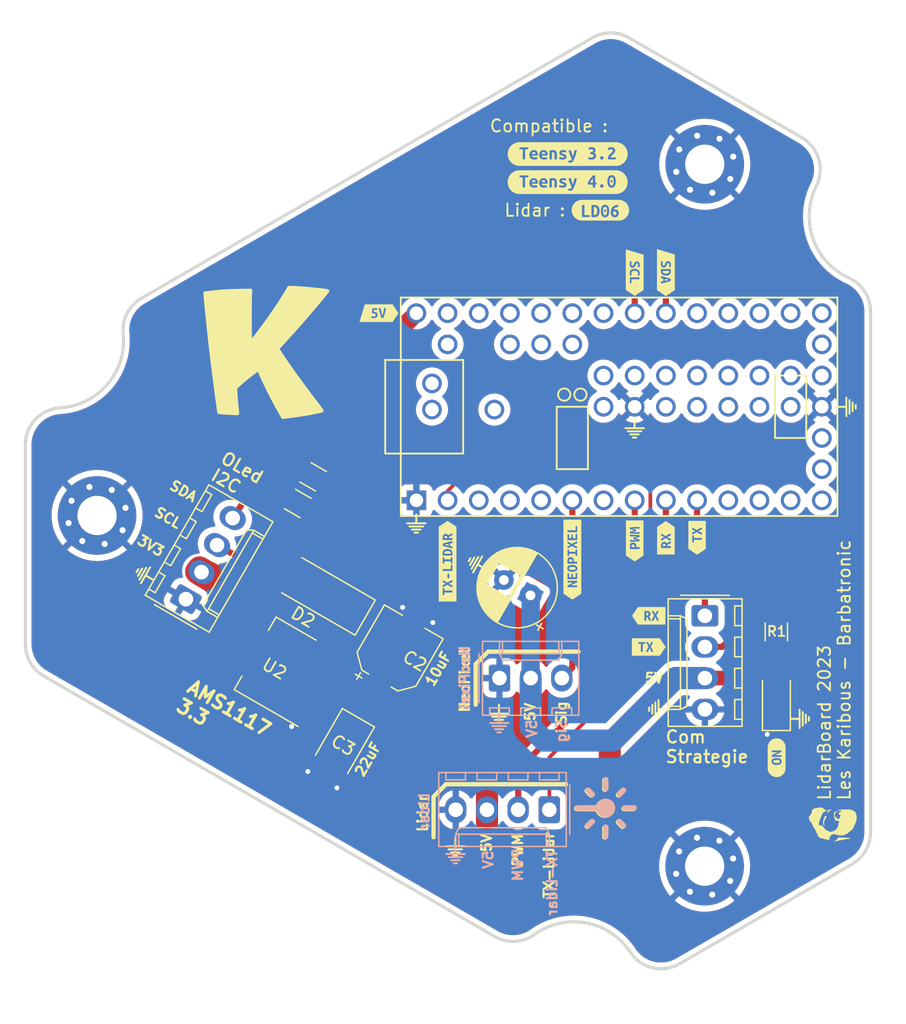
<source format=kicad_pcb>
(kicad_pcb (version 20240108) (generator "pcbnew") (generator_version "8.0")
  (layers (0 "F.Cu" signal) (31 "B.Cu" signal) (34 "B.Paste" user) (35 "F.Paste" user) (36 "B.SilkS" user "B.Silkscreen") (37 "F.SilkS" user "F.Silkscreen") (38 "B.Mask" user) (39 "F.Mask" user) (44 "Edge.Cuts" user))
  (net 0 "")
  (net 1 "+5VP")
  (net 18 "GND")
  (net 24 "Net-(D1-Pad2)")
  (net 25 "TX")
  (net 26 "RX")
  (net 27 "LIDAR_PWM")
  (net 29 "TX-Lidar")
  (net 34 "Neo_Pixel")
  (net 37 "SCL")
  (net 49 "SDA")
  (net 51 "+3V3")
  (footprint "LOGO" (layer "F.Cu") (at 157.48 80.518)
    (property "Reference" "G***" (hide yes))
    (property "Value" "LOGO" (hide yes))
  )
  (footprint "teensy:Teensy30_31_32_All_Pins" (layer "F.Cu") (at 156.21 78.74)
    (property "Reference" "U1" (hide yes))
    (property "Value" "Teensy3.2")
  )
  (footprint "LOGO" (layer "F.Cu") (at 117.602 92.456 -120)
    (property "Reference" "G***" (hide yes))
    (property "Value" "LOGO" (hide yes))
  )
  (footprint "kibuzzard-62EFF766" (layer "F.Cu") (at 158.623 95.758)
    (property "Reference" "kibuzzard-62EFF766" (hide yes))
    (property "Value" "G***" (hide yes))
  )
  (footprint "kibuzzard-62EFF774" (layer "F.Cu") (at 158.623 98.298)
    (property "Reference" "kibuzzard-62EFF774" (hide yes))
    (property "Value" "G***" (hide yes))
  )
  (footprint "LOGO" (layer "F.Cu") (at 146.431 103.759)
    (property "Reference" "G***" (hide yes))
    (property "Value" "LOGO" (hide yes))
  )
  (footprint "kibuzzard-62EFEF6E" (layer "F.Cu") (at 152.019 60.452)
    (property "Reference" "kibuzzard-62EFEF6E" (hide yes))
    (property "Value" "G***" (hide yes))
  )
  (footprint "Resistor_SMD:R_1206_3216Metric_Pad1.30x1.75mm_HandSolder" (layer "F.Cu") (at 169.014557 97.064693 -90)
    (property "Reference" "R1")
    (property "Value" "R_Small")
  )
  (footprint "Connector_Molex:Molex_KK-254_AE-6410-04A_1x04_P2.54mm_Vertical" (layer "F.Cu") (at 163.195 95.758 -90)
    (property "Reference" "J1" (hide yes))
    (property "Value" "Serial_Strategy")
  )
  (footprint "Capacitor_THT:CP_Radial_D6.3mm_P2.50mm" (layer "F.Cu") (at 148.990838 94.094307 150)
    (property "Reference" "C1" (hide yes))
    (property "Value" "C_Polarized_Small")
  )
  (footprint "Capacitor_SMD:CP_Elec_5x5.4" (layer "F.Cu") (at 138.108756 98.642625 60)
    (property "Reference" "C2")
    (property "Value" "10uF")
  )
  (footprint "MountingHole:MountingHole_3.2mm_M3_Pad_Via" (layer "F.Cu") (at 113.691516 87.591497 60)
    (property "Reference" "H2" (hide yes))
    (property "Value" "MountingHole_Pad")
  )
  (footprint "kibuzzard-62EFF3FC" (layer "F.Cu") (at 160.02 67.818 -90)
    (property "Reference" "kibuzzard-62EFF3FC" (hide yes))
    (property "Value" "G***" (hide yes))
  )
  (footprint "kibuzzard-62EFF40D" (layer "F.Cu") (at 157.48 67.818 -90)
    (property "Reference" "kibuzzard-62EFF40D" (hide yes))
    (property "Value" "G***" (hide yes))
  )
  (footprint "LOGO" (layer "F.Cu") (at 159.258 108.966)
    (property "Reference" "G***" (hide yes))
    (property "Value" "LOGO" (hide yes))
  )
  (footprint "MountingHole:MountingHole_3.2mm_M3_Pad_Via" (layer "F.Cu") (at 163.175198 116.144341 60)
    (property "Reference" "H3" (hide yes))
    (property "Value" "MountingHole_Pad")
  )
  (footprint "LOGO" (layer "F.Cu") (at 139.7 88.265)
    (property "Reference" "G***" (hide yes))
    (property "Value" "LOGO" (hide yes))
  )
  (footprint "kibuzzard-62EFF5AD" (layer "F.Cu") (at 152.4 91.186 90)
    (property "Reference" "kibuzzard-62EFF5AD" (hide yes))
    (property "Value" "G***" (hide yes))
  )
  (footprint "LED_SMD:LED_1206_3216Metric_Pad1.42x1.75mm_HandSolder" (layer "F.Cu") (at 169.021231 102.641132 90)
    (property "Reference" "D1" (hide yes))
    (property "Value" "LED_Small")
  )
  (footprint "LOGO" (layer "F.Cu") (at 142.875 114.554)
    (property "Reference" "G***" (hide yes))
    (property "Value" "LOGO" (hide yes))
  )
  (footprint "MountingHole:MountingHole_3.2mm_M3_Pad_Via" (layer "F.Cu") (at 163.185193 58.996642 60)
    (property "Reference" "H1" (hide yes))
    (property "Value" "MountingHole_Pad")
  )
  (footprint "kibuzzard-62EFF5A1" (layer "F.Cu") (at 142.24 91.313 90)
    (property "Reference" "kibuzzard-62EFF5A1" (hide yes))
    (property "Value" "G***" (hide yes))
  )
  (footprint "LOGO" (layer "F.Cu") (at 144.653 91.567 -120)
    (property "Reference" "G***" (hide yes))
    (property "Value" "LOGO" (hide yes))
  )
  (footprint "kibuzzard-62EFF433" (layer "F.Cu") (at 136.652 71.12)
    (property "Reference" "kibuzzard-62EFF433" (hide yes))
    (property "Value" "G***" (hide yes))
  )
  (footprint "LOGO" (layer "F.Cu") (at 159.385 103.378 -90)
    (property "Reference" "G***" (hide yes))
    (property "Value" "LOGO" (hide yes))
  )
  (footprint "Capacitor_Tantalum_SMD:CP_EIA-3528-12_Kemet-T_Pad1.50x2.35mm_HandSolder" (layer "F.Cu") (at 133.663756 106.341591 -120)
    (property "Reference" "C3")
    (property "Value" "22uF")
  )
  (footprint "LOGO" (layer "F.Cu") (at 173.609 112.776 90)
    (property "Reference" "G***" (hide yes))
    (property "Value" "LOGO" (hide yes))
  )
  (footprint "kibuzzard-62EFF6BC" (layer "F.Cu") (at 162.56 89.408 90)
    (property "Reference" "kibuzzard-62EFF6BC" (hide yes))
    (property "Value" "G***" (hide yes))
  )
  (footprint "Package_TO_SOT_SMD:SOT-223-3_TabPin2" (layer "F.Cu") (at 128.220554 99.769495 150)
    (property "Reference" "U2")
    (property "Value" "AMS1117-3.3")
  )
  (footprint "kibuzzard-62EFF540" (layer "F.Cu") (at 169.037 107.315 90)
    (property "Reference" "kibuzzard-62EFF540" (hide yes))
    (property "Value" "G***" (hide yes))
  )
  (footprint "kibuzzard-62EFEFDE" (layer "F.Cu") (at 154.686 62.738)
    (property "Reference" "kibuzzard-62EFEFDE" (hide yes))
    (property "Value" "G***" (hide yes))
  )
  (footprint "kibuzzard-62EFF59A" (layer "F.Cu") (at 157.48 89.662 90)
    (property "Reference" "kibuzzard-62EFF59A" (hide yes))
    (property "Value" "G***" (hide yes))
  )
  (footprint "Diode_SMD:D_SMA_Handsoldering" (layer "F.Cu") (at 131.720554 93.707318 150)
    (property "Reference" "D2")
    (property "Value" "D_Small")
  )
  (footprint "kibuzzard-62EFEF5E" (layer "F.Cu") (at 152.019 58.166)
    (property "Reference" "kibuzzard-62EFEF5E" (hide yes))
    (property "Value" "G***" (hide yes))
  )
  (footprint "Connector_Molex:Molex_KK-254_AE-6410-04A_1x04_P2.54mm_Vertical" (layer "F.Cu") (at 120.926325 94.40347 60)
    (property "Reference" "J4" (hide yes))
    (property "Value" "Oled")
  )
  (footprint "Resistor_SMD:R_1206_3216Metric_Pad1.30x1.75mm_HandSolder" (layer "F.Cu") (at 131.295426 84.443659 150)
    (property "Reference" "R2" (hide yes))
    (property "Value" "R_Small")
  )
  (footprint "kibuzzard-62EFF6AD" (layer "F.Cu") (at 160.02 89.408 90)
    (property "Reference" "kibuzzard-62EFF6AD" (hide yes))
    (property "Value" "G***" (hide yes))
  )
  (footprint "LOGO" (layer "F.Cu") (at 174.752 78.74 90)
    (property "Reference" "G***" (hide yes))
    (property "Value" "LOGO" (hide yes))
  )
  (footprint "LOGO" (layer "F.Cu") (at 170.942 104.14 90)
    (property "Reference" "G***" (hide yes))
    (property "Value" "LOGO" (hide yes))
  )
  (footprint "Resistor_SMD:R_1206_3216Metric_Pad1.30x1.75mm_HandSolder" (layer "F.Cu") (at 130.040426 86.617383 150)
    (property "Reference" "R3" (hide yes))
    (property "Value" "R_Small")
  )
  (footprint "LOGO" (layer "B.Cu") (at 142.875 115.189 180)
    (property "Reference" "G***" (hide yes))
    (property "Value" "LOGO" (hide yes))
  )
  (footprint "LOGO" (layer "B.Cu") (at 146.431 104.521 180)
    (property "Reference" "G***" (hide yes))
    (property "Value" "LOGO" (hide yes))
  )
  (footprint "Connector_Molex:Molex_KK-254_AE-6410-03A_1x03_P2.54mm_Vertical" (layer "B.Cu") (at 146.465336 100.828437)
    (property "Reference" "J3" (hide yes))
    (property "Value" "Conn_01x03")
  )
  (footprint "LOGO" (layer "B.Cu") (at 159.325082 113.889363)
    (property "Reference" "G***" (hide yes))
    (property "Value" "LOGO" (hide yes))
  )
  (footprint "Connector_Molex:Molex_KK-254_AE-6410-04A_1x04_P2.54mm_Vertical" (layer "B.Cu") (at 150.522577 111.550575 180)
    (property "Reference" "J2" (hide yes))
    (property "Value" "Serial_Lidar")
  )
  (gr_poly (pts (xy 128.553761 79.132881) (xy 128.34989 78.769467) (xy 128.145481 78.394206) (xy 127.943208 78.012364) (xy 127.745749 77.629206) (xy 127.555778 77.249998) (xy 127.375974 76.880007) (xy 127.20901 76.524497) (xy 127.057564 76.188735) (xy 126.839816 75.694465) (xy 126.600817 75.861019) (xy 126.434812 75.979438) (xy 126.263438 76.106962) (xy 126.088001 76.242528) (xy 125.909807 76.385075) (xy 125.730162 76.53354) (xy 125.550373 76.686861) (xy 125.371746 76.843975) (xy 125.195586 77.003821) (xy 124.976054 77.206201) (xy 124.981792 77.433149) (xy 124.987429 77.565668) (xy 124.998194 77.739167) (xy 125.031022 78.161311) (xy 125.072107 78.603997) (xy 125.093194 78.803173) (xy 125.113281 78.971639) (xy 125.120719 79.033164) (xy 125.126759 79.091117) (xy 125.131332 79.14419) (xy 125.13437 79.191076) (xy 125.135806 79.230465) (xy 125.135572 79.26105) (xy 125.134808 79.272633) (xy 125.1336 79.281524) (xy 125.131942 79.287559) (xy 125.129823 79.290577) (xy 125.11265 79.292886) (xy 125.073201 79.293623) (xy 124.938839 79.290965) (xy 124.52779 79.273213) (xy 124.078474 79.246678) (xy 123.896278 79.233041) (xy 123.772691 79.220718) (xy 123.611487 79.199754) (xy 123.470196 78.178249) (xy 123.315523 77.027585) (xy 123.155332 75.778522) (xy 123.002462 74.533361) (xy 122.869754 73.394403) (xy 122.619361 71.008208) (xy 122.514286 69.937413) (xy 122.476618 69.485079) (xy 122.514214 69.477794) (xy 122.610687 69.464483) (xy 122.931372 69.425481) (xy 123.340885 69.379457) (xy 123.741437 69.337801) (xy 123.85407 69.328393) (xy 123.998665 69.318923) (xy 124.359778 69.300824) (xy 124.776853 69.285559) (xy 125.201965 69.275183) (xy 126.203558 69.257614) (xy 126.179057 69.683728) (xy 126.163162 70.450916) (xy 126.160523 71.635117) (xy 126.169774 72.759219) (xy 126.178431 73.149634) (xy 126.189548 73.346108) (xy 126.213774 73.503054) (xy 126.645998 72.946387) (xy 127.00459 72.477287) (xy 127.35824 72.000326) (xy 127.704175 71.519538) (xy 128.039625 71.038957) (xy 128.361815 70.562616) (xy 128.667975 70.094549) (xy 128.955332 69.638791) (xy 129.221114 69.199374) (xy 129.321732 69.029123) (xy 129.500375 69.029123) (xy 129.803094 69.038523) (xy 130.216528 69.063855) (xy 131.193256 69.145108) (xy 131.665411 69.192423) (xy 132.065999 69.238462) (xy 132.349453 69.278922) (xy 132.433013 69.295715) (xy 132.4702 69.309501) (xy 132.473305 69.312493) (xy 132.47398 69.313226) (xy 132.474588 69.313985) (xy 132.475118 69.314788) (xy 132.475556 69.315649) (xy 132.475889 69.316586) (xy 132.476105 69.317614) (xy 132.476191 69.318751) (xy 132.476134 69.320012) (xy 132.475921 69.321413) (xy 132.47554 69.322972) (xy 132.474977 69.324704) (xy 132.474221 69.326626) (xy 132.473257 69.328753) (xy 132.472074 69.331103) (xy 132.470659 69.333692) (xy 132.468998 69.336536) (xy 132.46708 69.33965) (xy 132.46489 69.343053) (xy 132.459648 69.350786) (xy 132.45317 69.359864) (xy 132.445352 69.37042) (xy 132.436094 69.382583) (xy 132.425292 69.396483) (xy 132.412844 69.412251) (xy 132.398649 69.430019) (xy 132.382603 69.449915) (xy 132.364605 69.472072) (xy 132.344552 69.496619) (xy 132.322341 69.523686) (xy 132.27104 69.585907) (xy 132.209884 69.659777) (xy 132.138052 69.746341) (xy 131.959094 69.961731) (xy 131.119371 70.960227) (xy 130.310595 71.898223) (xy 129.554084 72.751321) (xy 128.87116 73.495129) (xy 128.767911 73.6062) (xy 128.675527 73.707675) (xy 128.595092 73.798264) (xy 128.52769 73.876683) (xy 128.474404 73.941642) (xy 128.436318 73.991855) (xy 128.423314 74.011029) (xy 128.414515 74.026034) (xy 128.410059 74.036708) (xy 128.409501 74.040371) (xy 128.41008 74.042892) (xy 128.477036 74.148491) (xy 128.594402 74.326383) (xy 128.928355 74.822423) (xy 129.307936 75.377763) (xy 129.62914 75.839153) (xy 130.062666 76.43951) (xy 130.614559 77.187828) (xy 131.188015 77.95384) (xy 131.686229 78.607282) (xy 131.754765 78.696845) (xy 131.817873 78.781183) (xy 131.874232 78.858396) (xy 131.922519 78.926581) (xy 131.961414 78.983835) (xy 131.989593 79.028258) (xy 131.999252 79.045063) (xy 132.005736 79.057946) (xy 132.00888 79.066671) (xy 132.009148 79.069399) (xy 132.00852 79.070999) (xy 131.993311 79.077668) (xy 131.959234 79.087631) (xy 131.841558 79.116026) (xy 131.66965 79.153347) (xy 131.457672 79.19676) (xy 130.970143 79.290518) (xy 130.722912 79.335192) (xy 130.492249 79.374616) (xy 130.172565 79.424314) (xy 129.802043 79.476675) (xy 129.39171 79.530203) (xy 128.952591 79.583402) (xy 128.819351 79.598964) (xy 128.553761 79.132881)) (stroke (width 0.264582)) (fill solid) (layer "F.SilkS"))
  (gr_line (start 145.542 98.679) (end 152.908 98.679) (stroke (width 0.35)) (layer "F.SilkS"))
  (gr_line (start 141.097 110.49) (end 142.113 109.474) (stroke (width 0.35)) (layer "F.SilkS"))
  (gr_line (start 142.113 109.474) (end 151.892 109.474) (stroke (width 0.35)) (layer "F.SilkS"))
  (gr_line (start 144.526 99.695) (end 145.542 98.679) (stroke (width 0.35)) (layer "F.SilkS"))
  (gr_line (start 144.526 102.997) (end 144.526 99.695) (stroke (width 0.35)) (layer "F.SilkS"))
  (gr_line (start 141.097 113.792) (end 141.097 110.49) (stroke (width 0.35)) (layer "F.SilkS"))
  (gr_line (start 149.786157 121.40039) (end 149.548089 121.545248) (stroke (width 0.249999)) (layer "Edge.Cuts"))
  (gr_line (start 109.961308 78.962527) (end 110.09913 78.923368) (stroke (width 0.249999)) (layer "Edge.Cuts"))
  (gr_line (start 147.503148 122.265351) (end 147.397037 122.261246) (stroke (width 0.249999)) (layer "Edge.Cuts"))
  (gr_line (start 171.955102 57.57742) (end 172.038888 57.690182) (stroke (width 0.249999)) (layer "Edge.Cuts"))
  (gr_line (start 157.202386 123.266341) (end 157.291782 123.382628) (stroke (width 0.249999)) (layer "Edge.Cuts"))
  (gr_line (start 154.566828 48.460537) (end 154.660382 48.430707) (stroke (width 0.249999)) (layer "Edge.Cuts"))
  (gr_line (start 107.908485 81.246922) (end 107.939468 81.107034) (stroke (width 0.249999)) (layer "Edge.Cuts"))
  (gr_line (start 172.585057 59.245503) (end 172.590229 59.385055) (stroke (width 0.249999)) (layer "Edge.Cuts"))
  (gr_line (start 172.390981 60.499174) (end 172.334974 60.634736) (stroke (width 0.249999)) (layer "Edge.Cuts"))
  (gr_line (start 157.804757 123.881262) (end 157.918932 123.964047) (stroke (width 0.249999)) (layer "Edge.Cuts"))
  (gr_line (start 176.688482 70.979661) (end 176.688464 113.373895) (stroke (width 0.249999)) (layer "Edge.Cuts"))
  (gr_line (start 159.621166 124.494801) (end 159.76078 124.491757) (stroke (width 0.249999)) (layer "Edge.Cuts"))
  (gr_line (start 176.378163 114.702636) (end 176.286539 114.873894) (stroke (width 0.249999)) (layer "Edge.Cuts"))
  (gr_line (start 172.371887 58.300839) (end 172.420822 58.430747) (stroke (width 0.249999)) (layer "Edge.Cuts"))
  (gr_line (start 113.281752 77.997395) (end 113.511247 77.844813) (stroke (width 0.249999)) (layer "Edge.Cuts"))
  (gr_line (start 157.587293 123.698586) (end 157.694134 123.792757) (stroke (width 0.249999)) (layer "Edge.Cuts"))
  (gr_line (start 154.024835 48.705457) (end 154.112472 48.656787) (stroke (width 0.249999)) (layer "Edge.Cuts"))
  (gr_line (start 115.676341 74.722186) (end 115.738712 74.454082) (stroke (width 0.249999)) (layer "Edge.Cuts"))
  (gr_line (start 151.057543 120.869402) (end 150.794173 120.949444) (stroke (width 0.249999)) (layer "Edge.Cuts"))
  (gr_line (start 155.718972 48.309821) (end 155.815839 48.317671) (stroke (width 0.249999)) (layer "Edge.Cuts"))
  (gr_line (start 151.32443 120.802669) (end 151.057543 120.869402) (stroke (width 0.249999)) (layer "Edge.Cuts"))
  (gr_line (start 154.754644 48.404017) (end 154.849538 48.380468) (stroke (width 0.249999)) (layer "Edge.Cuts"))
  (gr_line (start 160.317748 124.413625) (end 160.455463 124.37733) (stroke (width 0.249999)) (layer "Edge.Cuts"))
  (gr_line (start 114.712415 76.6949) (end 114.87664 76.469735) (stroke (width 0.249999)) (layer "Edge.Cuts"))
  (gr_line (start 148.344119 122.16357) (end 148.240732 122.189333) (stroke (width 0.249999)) (layer "Edge.Cuts"))
  (gr_line (start 172.105152 65.333613) (end 172.218033 65.588421) (stroke (width 0.249999)) (layer "Edge.Cuts"))
  (gr_line (start 148.446699 122.134097) (end 148.344119 122.16357) (stroke (width 0.249999)) (layer "Edge.Cuts"))
  (gr_line (start 109.318232 79.249088) (end 109.440165 79.18025) (stroke (width 0.249999)) (layer "Edge.Cuts"))
  (gr_line (start 176.495583 69.921007) (end 176.563831 70.123443) (stroke (width 0.249999)) (layer "Edge.Cuts"))
  (gr_line (start 109.826337 79.007967) (end 109.961308 78.962527) (stroke (width 0.249999)) (layer "Edge.Cuts"))
  (gr_line (start 148.943903 121.931255) (end 148.846901 121.979202) (stroke (width 0.249999)) (layer "Edge.Cuts"))
  (gr_line (start 156.575627 48.493516) (end 156.667524 48.529627) (stroke (width 0.249999)) (layer "Edge.Cuts"))
  (gr_line (start 156.21606 122.092754) (end 156.007179 121.912978) (stroke (width 0.249999)) (layer "Edge.Cuts"))
  (gr_line (start 158.157011 124.112236) (end 158.280451 124.177531) (stroke (width 0.249999)) (layer "Edge.Cuts"))
  (gr_line (start 155.524845 48.30354) (end 155.621948 48.30511) (stroke (width 0.249999)) (layer "Edge.Cuts"))
  (gr_line (start 154.944986 48.360058) (end 155.040906 48.342788) (stroke (width 0.249999)) (layer "Edge.Cuts"))
  (gr_line (start 155.040906 48.342788) (end 155.137221 48.328658) (stroke (width 0.249999)) (layer "Edge.Cuts"))
  (gr_line (start 154.591213 121.073008) (end 154.332202 120.975509) (stroke (width 0.249999)) (layer "Edge.Cuts"))
  (gr_line (start 173.140365 66.957) (end 173.3316 67.154765) (stroke (width 0.249999)) (layer "Edge.Cuts"))
  (gr_line (start 110.954675 78.809432) (end 111.23084 78.771906) (stroke (width 0.249999)) (layer "Edge.Cuts"))
  (gr_line (start 172.004889 65.072207) (end 172.105152 65.333613) (stroke (width 0.249999)) (layer "Edge.Cuts"))
  (gr_line (start 113.7332 77.68062) (end 113.947139 77.505052) (stroke (width 0.249999)) (layer "Edge.Cuts"))
  (gr_line (start 115.295603 75.753492) (end 115.410162 75.502838) (stroke (width 0.249999)) (layer "Edge.Cuts"))
  (gr_line (start 156.007179 121.912978) (end 155.789821 121.744085) (stroke (width 0.249999)) (layer "Edge.Cuts"))
  (gr_line (start 150.794173 120.949444) (end 150.534836 121.042678) (stroke (width 0.249999)) (layer "Edge.Cuts"))
  (gr_line (start 176.286539 114.873894) (end 176.184037 115.038872) (stroke (width 0.249999)) (layer "Edge.Cuts"))
  (gr_line (start 112.552731 78.38313) (end 112.802023 78.266789) (stroke (width 0.249999)) (layer "Edge.Cuts"))
  (gr_line (start 147.079868 122.226369) (end 146.974879 122.207205) (stroke (width 0.249999)) (layer "Edge.Cuts"))
  (gr_line (start 148.846901 121.979202) (end 148.748576 122.023466) (stroke (width 0.249999)) (layer "Edge.Cuts"))
  (gr_line (start 146.870427 122.184265) (end 146.766615 122.157541) (stroke (width 0.249999)) (layer "Edge.Cuts"))
  (gr_line (start 108.975086 79.487412) (end 109.08553 79.402842) (stroke (width 0.249999)) (layer "Edge.Cuts"))
  (gr_line (start 160.455463 124.37733) (end 160.592104 124.334219) (stroke (width 0.249999)) (layer "Edge.Cuts"))
  (gr_line (start 175.519412 115.750434) (end 175.358274 115.866255) (stroke (width 0.249999)) (layer "Edge.Cuts"))
  (gr_line (start 172.256146 58.048118) (end 172.316972 58.17322) (stroke (width 0.249999)) (layer "Edge.Cuts"))
  (gr_line (start 172.531073 58.831924) (end 172.555412 58.96871) (stroke (width 0.249999)) (layer "Edge.Cuts"))
  (gr_line (start 148.649032 122.064039) (end 148.548371 122.100918) (stroke (width 0.249999)) (layer "Edge.Cuts"))
  (gr_line (start 152.970845 120.688175) (end 152.693645 120.672646) (stroke (width 0.249999)) (layer "Edge.Cuts"))
  (gr_line (start 158.036425 124.041056) (end 158.157011 124.112236) (stroke (width 0.249999)) (layer "Edge.Cuts"))
  (gr_line (start 176.617696 70.331223) (end 176.656724 70.543649) (stroke (width 0.249999)) (layer "Edge.Cuts"))
  (gr_line (start 114.87664 76.469735) (end 115.028685 76.237443) (stroke (width 0.249999)) (layer "Edge.Cuts"))
  (gr_line (start 175.652744 68.712001) (end 175.809124 68.857555) (stroke (width 0.249999)) (layer "Edge.Cuts"))
  (gr_line (start 108.081994 99.220702) (end 108.01307 99.038523) (stroke (width 0.249999)) (layer "Edge.Cuts"))
  (gr_line (start 115.813592 72.360765) (end 115.831387 72.145511) (stroke (width 0.249999)) (layer "Edge.Cuts"))
  (gr_line (start 157.385886 123.493468) (end 157.484467 123.598805) (stroke (width 0.249999)) (layer "Edge.Cuts"))
  (gr_line (start 155.427741 48.30511) (end 155.524845 48.30354) (stroke (width 0.249999)) (layer "Edge.Cuts"))
  (gr_line (start 171.699031 62.893245) (end 171.688869 63.168158) (stroke (width 0.249999)) (layer "Edge.Cuts"))
  (gr_line (start 154.844379 121.183134) (end 154.591213 121.073008) (stroke (width 0.249999)) (layer "Edge.Cuts"))
  (gr_line (start 115.845814 73.077005) (end 115.825182 72.797797) (stroke (width 0.249999)) (layer "Edge.Cuts"))
  (gr_line (start 175.809124 68.857555) (end 175.95426 69.013322) (stroke (width 0.249999)) (layer "Edge.Cuts"))
  (gr_line (start 157.024855 48.705468) (end 171.090043 56.826009) (stroke (width 0.249999)) (layer "Edge.Cuts"))
  (gr_line (start 115.825183 72.797798) (end 115.811399 72.57844) (stroke (width 0.249999)) (layer "Edge.Cuts"))
  (gr_line (start 172.271827 60.768716) (end 172.152747 61.022107) (stroke (width 0.249999)) (layer "Edge.Cuts"))
  (gr_line (start 150.534836 121.042678) (end 150.280044 121.14899) (stroke (width 0.249999)) (layer "Edge.Cuts"))
  (gr_line (start 176.68047 70.760026) (end 176.688482 70.979661) (stroke (width 0.249999)) (layer "Edge.Cuts"))
  (gr_line (start 147.185295 122.241759) (end 147.079868 122.226369) (stroke (width 0.249999)) (layer "Edge.Cuts"))
  (gr_line (start 172.004889 65.072207) (end 172.004889 65.072207) (stroke (width 0.249999)) (layer "Edge.Cuts"))
  (gr_line (start 171.955122 61.541952) (end 171.876643 61.807356) (stroke (width 0.249999)) (layer "Edge.Cuts"))
  (gr_line (start 108.254053 99.568954) (end 108.162428 99.397694) (stroke (width 0.249999)) (layer "Edge.Cuts"))
  (gr_line (start 155.137221 48.328658) (end 155.23385 48.31767) (stroke (width 0.249999)) (layer "Edge.Cuts"))
  (gr_line (start 107.91101 98.660789) (end 107.878503 98.466328) (stroke (width 0.249999)) (layer "Edge.Cuts"))
  (gr_line (start 147.397037 122.261246) (end 147.291052 122.253384) (stroke (width 0.249999)) (layer "Edge.Cuts"))
  (gr_line (start 171.876643 61.807356) (end 171.811761 62.075713) (stroke (width 0.249999)) (layer "Edge.Cuts"))
  (gr_line (start 112.29778 78.486923) (end 112.552731 78.38313) (stroke (width 0.249999)) (layer "Edge.Cuts"))
  (gr_line (start 171.918035 64.806059) (end 172.004889 65.072207) (stroke (width 0.249999)) (layer "Edge.Cuts"))
  (gr_line (start 172.420822 58.430747) (end 172.463711 58.562715) (stroke (width 0.249999)) (layer "Edge.Cuts"))
  (gr_line (start 176.317722 69.534946) (end 176.413396 69.72461) (stroke (width 0.249999)) (layer "Edge.Cuts"))
  (gr_line (start 116.631203 70.438647) (end 116.784213 70.288104) (stroke (width 0.249999)) (layer "Edge.Cuts"))
  (gr_line (start 147.291052 122.253384) (end 147.185295 122.241759) (stroke (width 0.249999)) (layer "Edge.Cuts"))
  (gr_line (start 171.786164 64.2658) (end 171.845137 64.537082) (stroke (width 0.249999)) (layer "Edge.Cuts"))
  (gr_line (start 146.766615 122.157541) (end 146.663548 122.127031) (stroke (width 0.249999)) (layer "Edge.Cuts"))
  (gr_line (start 176.629577 113.965733) (end 176.584618 114.156646) (stroke (width 0.249999)) (layer "Edge.Cuts"))
  (gr_line (start 115.811399 72.57844) (end 115.813592 72.360765) (stroke (width 0.249999)) (layer "Edge.Cuts"))
  (gr_line (start 156.958022 122.914847) (end 156.787443 122.694457) (stroke (width 0.249999)) (layer "Edge.Cuts"))
  (gr_line (start 172.480229 66.076693) (end 172.628829 66.30938) (stroke (width 0.249999)) (layer "Edge.Cuts"))
  (gr_line (start 172.628829 66.30938) (end 172.788623 66.533919) (stroke (width 0.249999)) (layer "Edge.Cuts"))
  (gr_line (start 172.573428 59.106645) (end 172.585057 59.245503) (stroke (width 0.249999)) (layer "Edge.Cuts"))
  (gr_line (start 115.844554 73.633137) (end 115.852219 73.355619) (stroke (width 0.249999)) (layer "Edge.Cuts"))
  (gr_line (start 150.030314 121.268266) (end 149.786157 121.40039) (stroke (width 0.249999)) (layer "Edge.Cuts"))
  (gr_line (start 147.821195 122.255178) (end 147.71533 122.262312) (stroke (width 0.249999)) (layer "Edge.Cuts"))
  (gr_line (start 172.544988 59.945661) (end 172.516854 60.085274) (stroke (width 0.249999)) (layer "Edge.Cuts"))
  (gr_line (start 153.247962 120.717815) (end 152.970845 120.688175) (stroke (width 0.249999)) (layer "Edge.Cuts"))
  (gr_line (start 154.067785 120.890928) (end 153.7984 120.819555) (stroke (width 0.249999)) (layer "Edge.Cuts"))
  (gr_line (start 116.244606 70.946045) (end 116.361021 70.768355) (stroke (width 0.249999)) (layer "Edge.Cuts"))
  (gr_line (start 171.845137 64.537082) (end 171.918035 64.806059) (stroke (width 0.249999)) (layer "Edge.Cuts"))
  (gr_line (start 114.152594 77.318342) (end 114.349094 77.120726) (stroke (width 0.249999)) (layer "Edge.Cuts"))
  (gr_line (start 172.580931 59.665335) (end 172.566325 59.805606) (stroke (width 0.249999)) (layer "Edge.Cuts"))
  (gr_line (start 171.76051 62.346497) (end 171.722923 62.619183) (stroke (width 0.249999)) (layer "Edge.Cuts"))
  (gr_line (start 158.932432 124.413824) (end 159.068163 124.442664) (stroke (width 0.249999)) (layer "Edge.Cuts"))
  (gr_line (start 174.923774 68.245837) (end 175.120637 68.343578) (stroke (width 0.249999)) (layer "Edge.Cuts"))
  (gr_line (start 175.947665 115.347802) (end 175.814424 115.490661) (stroke (width 0.249999)) (layer "Edge.Cuts"))
  (gr_line (start 115.410162 75.502838) (end 115.511908 75.247067) (stroke (width 0.249999)) (layer "Edge.Cuts"))
  (gr_line (start 155.564423 121.586362) (end 155.331423 121.440101) (stroke (width 0.249999)) (layer "Edge.Cuts"))
  (gr_line (start 109.565603 79.117003) (end 109.694381 79.059517) (stroke (width 0.249999)) (layer "Edge.Cuts"))
  (gr_line (start 171.865747 57.468313) (end 171.955102 57.57742) (stroke (width 0.249999)) (layer "Edge.Cuts"))
  (gr_line (start 171.722923 62.619183) (end 171.699031 62.893245) (stroke (width 0.249999)) (layer "Edge.Cuts"))
  (gr_line (start 160.040023 124.465992) (end 160.179191 124.443161) (stroke (width 0.249999)) (layer "Edge.Cuts"))
  (gr_line (start 172.959254 66.749921) (end 173.140365 66.957) (stroke (width 0.249999)) (layer "Edge.Cuts"))
  (gr_line (start 172.516854 60.085274) (end 172.481854 60.224216) (stroke (width 0.249999)) (layer "Edge.Cuts"))
  (gr_line (start 107.855806 81.679722) (end 107.866493 81.53344) (stroke (width 0.249999)) (layer "Edge.Cuts"))
  (gr_line (start 154.291217 48.568866) (end 154.382166 48.529617) (stroke (width 0.249999)) (layer "Edge.Cuts"))
  (gr_line (start 108.32749 80.20687) (end 108.405415 80.091642) (stroke (width 0.249999)) (layer "Edge.Cuts"))
  (gr_line (start 153.7984 120.819555) (end 153.524487 120.761682) (stroke (width 0.249999)) (layer "Edge.Cuts"))
  (gr_line (start 158.534982 124.290249) (end 158.665609 124.337563) (stroke (width 0.249999)) (layer "Edge.Cuts"))
  (gr_line (start 149.225939 121.765356) (end 149.133525 121.824326) (stroke (width 0.249999)) (layer "Edge.Cuts"))
  (gr_line (start 172.316972 58.17322) (end 172.371887 58.300839) (stroke (width 0.249999)) (layer "Edge.Cuts"))
  (gr_line (start 109.35214 100.667036) (end 109.182331 100.56132) (stroke (width 0.249999)) (layer "Edge.Cuts"))
  (gr_line (start 108.126147 80.573985) (end 108.187692 80.448213) (stroke (width 0.249999)) (layer "Edge.Cuts"))
  (gr_line (start 171.090043 56.826009) (end 171.216475 56.903161) (stroke (width 0.249999)) (layer "Edge.Cuts"))
  (gr_line (start 108.726176 100.185723) (end 108.592933 100.042864) (stroke (width 0.249999)) (layer "Edge.Cuts"))
  (gr_line (start 114.536166 76.912437) (end 114.536166 76.912437) (stroke (width 0.249999)) (layer "Edge.Cuts"))
  (gr_line (start 156.93722 48.656799) (end 157.024857 48.70547) (stroke (width 0.249999)) (layer "Edge.Cuts"))
  (gr_line (start 156.848399 48.611269) (end 156.93722 48.656799) (stroke (width 0.249999)) (layer "Edge.Cuts"))
  (gr_line (start 174.19065 67.84496) (end 174.427158 67.990352) (stroke (width 0.249999)) (layer "Edge.Cuts"))
  (gr_line (start 176.184037 115.038872) (end 176.070975 115.197024) (stroke (width 0.249999)) (layer "Edge.Cuts"))
  (gr_line (start 146.260805 121.967007) (end 146.163016 121.91748) (stroke (width 0.249999)) (layer "Edge.Cuts"))
  (gr_line (start 172.481854 60.224216) (end 172.43992 60.362258) (stroke (width 0.249999)) (layer "Edge.Cuts"))
  (gr_line (start 108.356557 99.733932) (end 108.254053 99.568954) (stroke (width 0.249999)) (layer "Edge.Cuts"))
  (gr_line (start 110.09913 78.923368) (end 110.239643 78.890662) (stroke (width 0.249999)) (layer "Edge.Cuts"))
  (gr_line (start 172.334974 60.634736) (end 172.271827 60.768716) (stroke (width 0.249999)) (layer "Edge.Cuts"))
  (gr_line (start 173.3316 67.154765) (end 173.532602 67.342833) (stroke (width 0.249999)) (layer "Edge.Cuts"))
  (gr_line (start 108.187692 80.448213) (end 108.254861 80.325785) (stroke (width 0.249999)) (layer "Edge.Cuts"))
  (gr_line (start 152.14106 120.683467) (end 151.866703 120.709587) (stroke (width 0.249999)) (layer "Edge.Cuts"))
  (gr_line (start 108.766833 79.671074) (end 108.8688 79.57688) (stroke (width 0.249999)) (layer "Edge.Cuts"))
  (gr_line (start 111.772796 78.655921) (end 112.037646 78.577931) (stroke (width 0.249999)) (layer "Edge.Cuts"))
  (gr_line (start 171.688869 63.168158) (end 171.692469 63.443395) (stroke (width 0.249999)) (layer "Edge.Cuts"))
  (gr_line (start 109.182331 100.56132) (end 109.021189 100.445499) (stroke (width 0.249999)) (layer "Edge.Cuts"))
  (gr_line (start 176.688464 113.373895) (end 176.681816 113.573811) (stroke (width 0.249999)) (layer "Edge.Cuts"))
  (gr_line (start 171.692469 63.443395) (end 171.709863 63.718432) (stroke (width 0.249999)) (layer "Edge.Cuts"))
  (gr_line (start 109.021189 100.445499) (end 108.869034 100.320118) (stroke (width 0.249999)) (layer "Edge.Cuts"))
  (gr_line (start 176.087705 69.178607) (end 176.209009 69.352714) (stroke (width 0.249999)) (layer "Edge.Cuts"))
  (gr_line (start 148.548371 122.100918) (end 148.446699 122.134097) (stroke (width 0.249999)) (layer "Edge.Cuts"))
  (gr_line (start 109.694381 79.059517) (end 109.826337 79.007967) (stroke (width 0.249999)) (layer "Edge.Cuts"))
  (gr_line (start 108.405415 80.091642) (end 108.488474 79.980278) (stroke (width 0.249999)) (layer "Edge.Cuts"))
  (gr_line (start 112.037646 78.577931) (end 112.29778 78.486923) (stroke (width 0.249999)) (layer "Edge.Cuts"))
  (gr_line (start 156.667524 48.529627) (end 156.758474 48.568878) (stroke (width 0.249999)) (layer "Edge.Cuts"))
  (gr_line (start 152.693645 120.672646) (end 152.416878 120.671116) (stroke (width 0.249999)) (layer "Edge.Cuts"))
  (gr_line (start 172.588877 59.525075) (end 172.580931 59.665335) (stroke (width 0.249999)) (layer "Edge.Cuts"))
  (gr_line (start 117.124181 70.019322) (end 117.310382 69.902557) (stroke (width 0.249999)) (layer "Edge.Cuts"))
  (gr_line (start 114.536166 76.912437) (end 114.712415 76.6949) (stroke (width 0.249999)) (layer "Edge.Cuts"))
  (gr_line (start 154.332202 120.975509) (end 154.067785 120.890928) (stroke (width 0.249999)) (layer "Edge.Cuts"))
  (gr_line (start 171.811761 62.075713) (end 171.76051 62.346497) (stroke (width 0.249999)) (layer "Edge.Cuts"))
  (gr_line (start 159.76078 124.491757) (end 159.900476 124.482172) (stroke (width 0.249999)) (layer "Edge.Cuts"))
  (gr_line (start 174.427158 67.990352) (end 174.671652 68.124107) (stroke (width 0.249999)) (layer "Edge.Cuts"))
  (gr_line (start 172.152747 61.022107) (end 172.047169 61.280027) (stroke (width 0.249999)) (layer "Edge.Cuts"))
  (gr_line (start 172.463711 58.562715) (end 172.500483 58.696517) (stroke (width 0.249999)) (layer "Edge.Cuts"))
  (gr_line (start 115.028685 76.237443) (end 115.168392 75.998528) (stroke (width 0.249999)) (layer "Edge.Cuts"))
  (gr_line (start 107.884106 81.389115) (end 107.908485 81.246922) (stroke (width 0.249999)) (layer "Edge.Cuts"))
  (gr_line (start 149.039478 121.879628) (end 148.943903 121.931255) (stroke (width 0.249999)) (layer "Edge.Cuts"))
  (gr_line (start 115.912267 71.725206) (end 115.974597 71.52163) (stroke (width 0.249999)) (layer "Edge.Cuts"))
  (gr_line (start 116.490013 70.598975) (end 116.631203 70.438647) (stroke (width 0.249999)) (layer "Edge.Cuts"))
  (gr_line (start 146.163016 121.91748) (end 146.066591 121.864135) (stroke (width 0.249999)) (layer "Edge.Cuts"))
  (gr_line (start 156.200151 48.380475) (end 156.295045 48.404025) (stroke (width 0.249999)) (layer "Edge.Cuts"))
  (gr_line (start 110.382679 78.864584) (end 110.52808 78.845306) (stroke (width 0.249999)) (layer "Edge.Cuts"))
  (gr_line (start 155.091263 121.305595) (end 154.844379 121.183134) (stroke (width 0.249999)) (layer "Edge.Cuts"))
  (gr_line (start 109.199966 79.323343) (end 109.318232 79.249088) (stroke (width 0.249999)) (layer "Edge.Cuts"))
  (gr_line (start 153.524487 120.761682) (end 153.524487 120.761682) (stroke (width 0.249999)) (layer "Edge.Cuts"))
  (gr_line (start 156.606631 122.483784) (end 156.416022 122.28312) (stroke (width 0.249999)) (layer "Edge.Cuts"))
  (gr_line (start 108.869034 100.320118) (end 108.726176 100.185723) (stroke (width 0.249999)) (layer "Edge.Cuts"))
  (gr_line (start 117.310382 69.902557) (end 154.024835 48.705457) (stroke (width 0.249999)) (layer "Edge.Cuts"))
  (gr_line (start 148.031954 122.229707) (end 147.92677 122.244308) (stroke (width 0.249999)) (layer "Edge.Cuts"))
  (gr_line (start 107.858769 98.268866) (end 107.85212 98.068949) (stroke (width 0.249999)) (layer "Edge.Cuts"))
  (gr_line (start 113.947139 77.505052) (end 114.152594 77.318342) (stroke (width 0.249999)) (layer "Edge.Cuts"))
  (gr_line (start 146.974879 122.207205) (end 146.870427 122.184265) (stroke (width 0.249999)) (layer "Edge.Cuts"))
  (gr_line (start 116.361021 70.768355) (end 116.490013 70.598975) (stroke (width 0.249999)) (layer "Edge.Cuts"))
  (gr_line (start 108.8688 79.57688) (end 108.975086 79.487412) (stroke (width 0.249999)) (layer "Edge.Cuts"))
  (gr_line (start 107.95597 98.851703) (end 107.91101 98.660789) (stroke (width 0.249999)) (layer "Edge.Cuts"))
  (gr_line (start 108.162428 99.397694) (end 108.081994 99.220702) (stroke (width 0.249999)) (layer "Edge.Cuts"))
  (gr_line (start 157.918932 123.964047) (end 158.036425 124.041056) (stroke (width 0.249999)) (layer "Edge.Cuts"))
  (gr_line (start 159.068163 124.442664) (end 159.205132 124.465236) (stroke (width 0.249999)) (layer "Edge.Cuts"))
  (gr_line (start 173.743017 67.520813) (end 173.962484 67.688317) (stroke (width 0.249999)) (layer "Edge.Cuts"))
  (gr_line (start 176.209009 69.352714) (end 176.317722 69.534946) (stroke (width 0.249999)) (layer "Edge.Cuts"))
  (gr_line (start 176.662082 113.771272) (end 176.629577 113.965733) (stroke (width 0.249999)) (layer "Edge.Cuts"))
  (gr_line (start 172.189478 57.925758) (end 172.256146 58.048118) (stroke (width 0.249999)) (layer "Edge.Cuts"))
  (gr_line (start 171.670599 57.261972) (end 171.77089 57.363088) (stroke (width 0.249999)) (layer "Edge.Cuts"))
  (gr_line (start 149.316617 121.702722) (end 149.225939 121.765356) (stroke (width 0.249999)) (layer "Edge.Cuts"))
  (gr_line (start 175.358274 115.866255) (end 175.188464 115.971971) (stroke (width 0.249999)) (layer "Edge.Cuts"))
  (gr_line (start 154.201292 48.611256) (end 154.291217 48.568866) (stroke (width 0.249999)) (layer "Edge.Cuts"))
  (gr_line (start 155.789821 121.744085) (end 155.564423 121.586362) (stroke (width 0.249999)) (layer "Edge.Cuts"))
  (gr_line (start 172.500483 58.696517) (end 172.531073 58.831924) (stroke (width 0.249999)) (layer "Edge.Cuts"))
  (gr_line (start 113.511247 77.844813) (end 113.7332 77.68062) (stroke (width 0.249999)) (layer "Edge.Cuts"))
  (gr_line (start 148.748576 122.023466) (end 148.649032 122.064039) (stroke (width 0.249999)) (layer "Edge.Cuts"))
  (gr_line (start 107.852118 98.068948) (end 107.852211 81.827793) (stroke (width 0.249999)) (layer "Edge.Cuts"))
  (gr_line (start 150.280044 121.14899) (end 150.030314 121.268266) (stroke (width 0.249999)) (layer "Edge.Cuts"))
  (gr_line (start 154.382166 48.529617) (end 154.474064 48.493507) (stroke (width 0.249999)) (layer "Edge.Cuts"))
  (gr_line (start 176.681816 113.573811) (end 176.662082 113.771272) (stroke (width 0.249999)) (layer "Edge.Cuts"))
  (gr_line (start 116.141144 71.131312) (end 116.244606 70.946045) (stroke (width 0.249999)) (layer "Edge.Cuts"))
  (gr_line (start 172.555412 58.96871) (end 172.573428 59.106645) (stroke (width 0.249999)) (layer "Edge.Cuts"))
  (gr_line (start 109.08553 79.402842) (end 109.199966 79.323343) (stroke (width 0.249999)) (layer "Edge.Cuts"))
  (gr_line (start 158.665609 124.337563) (end 158.79817 124.378772) (stroke (width 0.249999)) (layer "Edge.Cuts"))
  (gr_line (start 152.416878 120.671116) (end 152.14106 120.683467) (stroke (width 0.249999)) (layer "Edge.Cuts"))
  (gr_line (start 149.548089 121.545248) (end 149.316623 121.702725) (stroke (width 0.249999)) (layer "Edge.Cuts"))
  (gr_line (start 176.656724 70.543649) (end 176.68047 70.760026) (stroke (width 0.249999)) (layer "Edge.Cuts"))
  (gr_line (start 108.576507 79.872946) (end 108.669347 79.76982) (stroke (width 0.249999)) (layer "Edge.Cuts"))
  (gr_line (start 112.802023 78.266789) (end 113.045188 78.138131) (stroke (width 0.249999)) (layer "Edge.Cuts"))
  (gr_line (start 108.488474 79.980278) (end 108.576507 79.872946) (stroke (width 0.249999)) (layer "Edge.Cuts"))
  (gr_line (start 155.330717 48.30982) (end 155.427741 48.30511) (stroke (width 0.249999)) (layer "Edge.Cuts"))
  (gr_line (start 156.389308 48.430715) (end 156.482862 48.460545) (stroke (width 0.249999)) (layer "Edge.Cuts"))
  (gr_line (start 158.280451 124.177531) (end 158.40652 124.236886) (stroke (width 0.249999)) (layer "Edge.Cuts"))
  (gr_line (start 172.218033 65.588421) (end 172.343178 65.836244) (stroke (width 0.249999)) (layer "Edge.Cuts"))
  (gr_line (start 175.814424 115.490661) (end 175.671568 115.625053) (stroke (width 0.249999)) (layer "Edge.Cuts"))
  (gr_line (start 115.738712 74.454082) (end 115.787643 74.18287) (stroke (width 0.249999)) (layer "Edge.Cuts"))
  (gr_line (start 176.458595 114.525645) (end 176.378163 114.702636) (stroke (width 0.249999)) (layer "Edge.Cuts"))
  (gr_line (start 172.343178 65.836244) (end 172.480229 66.076693) (stroke (width 0.249999)) (layer "Edge.Cuts"))
  (gr_line (start 171.337815 56.98556) (end 171.453995 57.072982) (stroke (width 0.249999)) (layer "Edge.Cuts"))
  (gr_line (start 107.878503 98.466328) (end 107.858769 98.268866) (stroke (width 0.249999)) (layer "Edge.Cuts"))
  (gr_line (start 155.91247 48.328663) (end 156.008783 48.342793) (stroke (width 0.249999)) (layer "Edge.Cuts"))
  (gr_line (start 115.600688 74.986682) (end 115.676341 74.722186) (stroke (width 0.249999)) (layer "Edge.Cuts"))
  (gr_line (start 154.849538 48.380468) (end 154.944986 48.360058) (stroke (width 0.249999)) (layer "Edge.Cuts"))
  (gr_line (start 110.52808 78.845306) (end 110.675679 78.833) (stroke (width 0.249999)) (layer "Edge.Cuts"))
  (gr_line (start 172.117036 57.806372) (end 172.189478 57.925758) (stroke (width 0.249999)) (layer "Edge.Cuts"))
  (gr_line (start 156.104704 48.360064) (end 156.200151 48.380475) (stroke (width 0.249999)) (layer "Edge.Cuts"))
  (gr_line (start 107.976887 80.969622) (end 108.020581 80.834863) (stroke (width 0.249999)) (layer "Edge.Cuts"))
  (gr_line (start 147.71533 122.262312) (end 147.609281 122.265706) (stroke (width 0.249999)) (layer "Edge.Cuts"))
  (gr_line (start 115.864405 71.933412) (end 115.912267 71.725206) (stroke (width 0.249999)) (layer "Edge.Cuts"))
  (gr_line (start 159.343111 124.481487) (end 159.481867 124.49136) (stroke (width 0.249999)) (layer "Edge.Cuts"))
  (gr_line (start 107.852211 81.827793) (end 107.855806 81.679722) (stroke (width 0.249999)) (layer "Edge.Cuts"))
  (gr_line (start 157.117928 123.144663) (end 157.202386 123.266341) (stroke (width 0.249999)) (layer "Edge.Cuts"))
  (gr_line (start 147.609281 122.265706) (end 147.503148 122.265351) (stroke (width 0.249999)) (layer "Edge.Cuts"))
  (gr_line (start 172.43992 60.362258) (end 172.390981 60.499174) (stroke (width 0.249999)) (layer "Edge.Cuts"))
  (gr_line (start 108.07039 80.702926) (end 108.126147 80.573985) (stroke (width 0.249999)) (layer "Edge.Cuts"))
  (gr_line (start 175.120637 68.343578) (end 175.308052 68.454317) (stroke (width 0.249999)) (layer "Edge.Cuts"))
  (gr_line (start 154.660382 48.430707) (end 154.754644 48.404017) (stroke (width 0.249999)) (layer "Edge.Cuts"))
  (gr_line (start 172.047169 61.280027) (end 171.955122 61.541952) (stroke (width 0.249999)) (layer "Edge.Cuts"))
  (gr_line (start 115.974597 71.52163) (end 116.051015 71.32342) (stroke (width 0.249999)) (layer "Edge.Cuts"))
  (gr_line (start 157.291782 123.382628) (end 157.385886 123.493468) (stroke (width 0.249999)) (layer "Edge.Cuts"))
  (gr_line (start 156.008783 48.342793) (end 156.104704 48.360064) (stroke (width 0.249999)) (layer "Edge.Cuts"))
  (gr_line (start 176.563831 70.123443) (end 176.617696 70.331223) (stroke (width 0.249999)) (layer "Edge.Cuts"))
  (gr_line (start 171.709863 63.718432) (end 171.741084 63.992742) (stroke (width 0.249999)) (layer "Edge.Cuts"))
  (gr_line (start 108.469622 99.892085) (end 108.356557 99.733932) (stroke (width 0.249999)) (layer "Edge.Cuts"))
  (gr_line (start 153.524487 120.761682) (end 153.247962 120.717815) (stroke (width 0.249999)) (layer "Edge.Cuts"))
  (gr_line (start 109.440165 79.18025) (end 109.565603 79.117003) (stroke (width 0.249999)) (layer "Edge.Cuts"))
  (gr_line (start 176.527519 114.343466) (end 176.458595 114.525645) (stroke (width 0.249999)) (layer "Edge.Cuts"))
  (gr_line (start 148.136642 122.21138) (end 148.031954 122.229707) (stroke (width 0.249999)) (layer "Edge.Cuts"))
  (gr_line (start 114.349094 77.120726) (end 114.536166 76.912437) (stroke (width 0.249999)) (layer "Edge.Cuts"))
  (gr_line (start 146.561331 122.092726) (end 146.460066 122.054625) (stroke (width 0.249999)) (layer "Edge.Cuts"))
  (gr_line (start 155.23385 48.31767) (end 155.330717 48.30982) (stroke (width 0.249999)) (layer "Edge.Cuts"))
  (gr_line (start 159.205132 124.465236) (end 159.343111 124.481487) (stroke (width 0.249999)) (layer "Edge.Cuts"))
  (gr_line (start 171.216475 56.903161) (end 171.337815 56.98556) (stroke (width 0.249999)) (layer "Edge.Cuts"))
  (gr_line (start 110.67568 78.832999) (end 110.954675 78.809432) (stroke (width 0.249999)) (layer "Edge.Cuts"))
  (gr_line (start 175.308052 68.454317) (end 175.485571 68.577357) (stroke (width 0.249999)) (layer "Edge.Cuts"))
  (gr_line (start 115.822976 73.909054) (end 115.844554 73.633137) (stroke (width 0.249999)) (layer "Edge.Cuts"))
  (gr_line (start 155.621948 48.30511) (end 155.718972 48.309821) (stroke (width 0.249999)) (layer "Edge.Cuts"))
  (gr_line (start 157.484467 123.598805) (end 157.587293 123.698586) (stroke (width 0.249999)) (layer "Edge.Cuts"))
  (gr_line (start 158.40652 124.236886) (end 158.534982 124.290249) (stroke (width 0.249999)) (layer "Edge.Cuts"))
  (gr_line (start 156.416022 122.28312) (end 156.21606 122.092754) (stroke (width 0.249999)) (layer "Edge.Cuts"))
  (gr_line (start 110.239643 78.890662) (end 110.382679 78.864584) (stroke (width 0.249999)) (layer "Edge.Cuts"))
  (gr_line (start 116.784213 70.288104) (end 116.948665 70.148083) (stroke (width 0.249999)) (layer "Edge.Cuts"))
  (gr_line (start 161.123307 124.092541) (end 175.188464 115.971971) (stroke (width 0.249999)) (layer "Edge.Cuts"))
  (gr_line (start 115.168392 75.998528) (end 115.295603 75.753492) (stroke (width 0.249999)) (layer "Edge.Cuts"))
  (gr_line (start 154.112472 48.656787) (end 154.201292 48.611256) (stroke (width 0.249999)) (layer "Edge.Cuts"))
  (gr_line (start 156.787443 122.694457) (end 156.606631 122.483784) (stroke (width 0.249999)) (layer "Edge.Cuts"))
  (gr_line (start 108.669347 79.76982) (end 108.766833 79.671074) (stroke (width 0.249999)) (layer "Edge.Cuts"))
  (gr_line (start 172.038888 57.690182) (end 172.117036 57.806372) (stroke (width 0.249999)) (layer "Edge.Cuts"))
  (gr_line (start 108.01307 99.038523) (end 107.95597 98.851703) (stroke (width 0.249999)) (layer "Edge.Cuts"))
  (gr_line (start 159.481867 124.49136) (end 159.621166 124.494801) (stroke (width 0.249999)) (layer "Edge.Cuts"))
  (gr_line (start 113.045188 78.138131) (end 113.281752 77.997395) (stroke (width 0.249999)) (layer "Edge.Cuts"))
  (gr_line (start 157.117928 123.144663) (end 156.958022 122.914847) (stroke (width 0.249999)) (layer "Edge.Cuts"))
  (gr_line (start 160.592104 124.334219) (end 160.72744 124.28424) (stroke (width 0.249999)) (layer "Edge.Cuts"))
  (gr_line (start 158.79817 124.378772) (end 158.932432 124.413824) (stroke (width 0.249999)) (layer "Edge.Cuts"))
  (gr_line (start 111.23084 78.771906) (end 111.503703 78.720657) (stroke (width 0.249999)) (layer "Edge.Cuts"))
  (gr_line (start 172.590229 59.385055) (end 172.588877 59.525075) (stroke (width 0.249999)) (layer "Edge.Cuts"))
  (gr_line (start 116.051015 71.32342) (end 116.141144 71.131312) (stroke (width 0.249999)) (layer "Edge.Cuts"))
  (gr_line (start 171.77089 57.363088) (end 171.865747 57.468313) (stroke (width 0.249999)) (layer "Edge.Cuts"))
  (gr_line (start 156.295045 48.404025) (end 156.389308 48.430715) (stroke (width 0.249999)) (layer "Edge.Cuts"))
  (gr_line (start 147.92677 122.244308) (end 147.821195 122.255178) (stroke (width 0.249999)) (layer "Edge.Cuts"))
  (gr_line (start 146.066591 121.864135) (end 109.35214 100.667036) (stroke (width 0.249999)) (layer "Edge.Cuts"))
  (gr_line (start 175.95426 69.013322) (end 176.087705 69.178607) (stroke (width 0.249999)) (layer "Edge.Cuts"))
  (gr_line (start 108.020581 80.834863) (end 108.07039 80.702926) (stroke (width 0.249999)) (layer "Edge.Cuts"))
  (gr_line (start 172.788623 66.533919) (end 172.959254 66.749921) (stroke (width 0.249999)) (layer "Edge.Cuts"))
  (gr_line (start 108.592933 100.042864) (end 108.469622 99.892085) (stroke (width 0.249999)) (layer "Edge.Cuts"))
  (gr_line (start 176.584618 114.156646) (end 176.527519 114.343466) (stroke (width 0.249999)) (layer "Edge.Cuts"))
  (gr_line (start 175.485571 68.577357) (end 175.652744 68.712001) (stroke (width 0.249999)) (layer "Edge.Cuts"))
  (gr_line (start 111.503703 78.720657) (end 111.772796 78.655921) (stroke (width 0.249999)) (layer "Edge.Cuts"))
  (gr_line (start 155.331423 121.440101) (end 155.091263 121.305595) (stroke (width 0.249999)) (layer "Edge.Cuts"))
  (gr_line (start 155.815839 48.317671) (end 155.91247 48.328663) (stroke (width 0.249999)) (layer "Edge.Cuts"))
  (gr_line (start 156.758474 48.568878) (end 156.848399 48.611269) (stroke (width 0.249999)) (layer "Edge.Cuts"))
  (gr_line (start 175.671568 115.625053) (end 175.519412 115.750434) (stroke (width 0.249999)) (layer "Edge.Cuts"))
  (gr_line (start 107.866493 81.53344) (end 107.884106 81.389115) (stroke (width 0.249999)) (layer "Edge.Cuts"))
  (gr_line (start 173.962484 67.688317) (end 174.19065 67.84496) (stroke (width 0.249999)) (layer "Edge.Cuts"))
  (gr_line (start 108.254861 80.325785) (end 108.32749 80.20687) (stroke (width 0.249999)) (layer "Edge.Cuts"))
  (gr_line (start 160.993272 124.163458) (end 161.123305 124.092544) (stroke (width 0.249999)) (layer "Edge.Cuts"))
  (gr_line (start 116.948665 70.148083) (end 117.124181 70.019322) (stroke (width 0.249999)) (layer "Edge.Cuts"))
  (gr_line (start 172.566325 59.805606) (end 172.544988 59.945661) (stroke (width 0.249999)) (layer "Edge.Cuts"))
  (gr_line (start 146.460066 122.054625) (end 146.359856 122.012719) (stroke (width 0.249999)) (layer "Edge.Cuts"))
  (gr_line (start 115.852219 73.355619) (end 115.845814 73.077005) (stroke (width 0.249999)) (layer "Edge.Cuts"))
  (gr_line (start 160.86124 124.227338) (end 160.993272 124.163458) (stroke (width 0.249999)) (layer "Edge.Cuts"))
  (gr_line (start 146.663548 122.127031) (end 146.561331 122.092726) (stroke (width 0.249999)) (layer "Edge.Cuts"))
  (gr_line (start 157.694134 123.792757) (end 157.804757 123.881262) (stroke (width 0.249999)) (layer "Edge.Cuts"))
  (gr_line (start 171.741084 63.992742) (end 171.786164 64.2658) (stroke (width 0.249999)) (layer "Edge.Cuts"))
  (gr_line (start 159.900476 124.482172) (end 160.040023 124.465992) (stroke (width 0.249999)) (layer "Edge.Cuts"))
  (gr_line (start 115.511908 75.247067) (end 115.600688 74.986682) (stroke (width 0.249999)) (layer "Edge.Cuts"))
  (gr_line (start 115.831387 72.145511) (end 115.864405 71.933412) (stroke (width 0.249999)) (layer "Edge.Cuts"))
  (gr_line (start 173.532602 67.342833) (end 173.743017 67.520813) (stroke (width 0.249999)) (layer "Edge.Cuts"))
  (gr_line (start 171.564946 57.165194) (end 171.670599 57.261972) (stroke (width 0.249999)) (layer "Edge.Cuts"))
  (gr_line (start 154.474064 48.493507) (end 154.566828 48.460537) (stroke (width 0.249999)) (layer "Edge.Cuts"))
  (gr_line (start 156.482862 48.460545) (end 156.575627 48.493516) (stroke (width 0.249999)) (layer "Edge.Cuts"))
  (gr_line (start 176.413396 69.72461) (end 176.495583 69.921007) (stroke (width 0.249999)) (layer "Edge.Cuts"))
  (gr_line (start 151.594322 120.749359) (end 151.32443 120.802669) (stroke (width 0.249999)) (layer "Edge.Cuts"))
  (gr_line (start 160.72744 124.28424) (end 160.86124 124.227338) (stroke (width 0.249999)) (layer "Edge.Cuts"))
  (gr_line (start 148.240732 122.189333) (end 148.136642 122.21138) (stroke (width 0.249999)) (layer "Edge.Cuts"))
  (gr_line (start 151.866703 120.709587) (end 151.594322 120.749359) (stroke (width 0.249999)) (layer "Edge.Cuts"))
  (gr_line (start 176.070975 115.197024) (end 175.947665 115.347802) (stroke (width 0.249999)) (layer "Edge.Cuts"))
  (gr_line (start 107.939468 81.107034) (end 107.976887 80.969622) (stroke (width 0.249999)) (layer "Edge.Cuts"))
  (gr_line (start 171.453995 57.072982) (end 171.564946 57.165194) (stroke (width 0.249999)) (layer "Edge.Cuts"))
  (gr_line (start 160.179191 124.443161) (end 160.317748 124.413625) (stroke (width 0.249999)) (layer "Edge.Cuts"))
  (gr_line (start 174.671652 68.124107) (end 174.923774 68.245837) (stroke (width 0.249999)) (layer "Edge.Cuts"))
  (gr_line (start 146.359856 122.012719) (end 146.260805 121.967007) (stroke (width 0.249999)) (layer "Edge.Cuts"))
  (gr_line (start 115.787643 74.18287) (end 115.822976 73.909054) (stroke (width 0.249999)) (layer "Edge.Cuts"))
  (gr_line (start 149.133525 121.824326) (end 149.039478 121.879628) (stroke (width 0.249999)) (layer "Edge.Cuts"))
  (gr_text "TX-Lidar" (at 150.749 120.269 90) (layer "B.SilkS") (effects (font (size 0.8 0.8) (thickness 0.18)) (justify right mirror)))
  (gr_text "5V" (at 149.098 105.791 90) (layer "B.SilkS") (effects (font (size 0.8 0.8) (thickness 0.18)) (justify right mirror)))
  (gr_text "5V" (at 145.542 116.459 90) (layer "B.SilkS") (effects (font (size 0.8 0.8) (thickness 0.18)) (justify right mirror)))
  (gr_text "Sig" (at 151.511 106.172 90) (layer "B.SilkS") (effects (font (size 0.8 0.8) (thickness 0.18)) (justify right mirror)))
  (gr_text "PWM" (at 147.955 117.475 90) (layer "B.SilkS") (effects (font (size 0.8 0.8) (thickness 0.18)) (justify right mirror)))
  (gr_text "NeoPixel" (at 143.637 103.505 90) (layer "B.SilkS") (effects (font (size 0.8 0.8) (thickness 0.18)) (justify right mirror)))
  (gr_text "Lidar" (at 140.335 113.284 90) (layer "B.SilkS") (effects (font (size 0.8 0.8) (thickness 0.18)) (justify right mirror)))
  (gr_text "SCL" (at 120.523 88.392 -30) (layer "F.SilkS") (effects (font (size 0.8 0.8) (thickness 0.18)) (justify right)))
  (gr_text "SDA" (at 121.793 86.233 -30) (layer "F.SilkS") (effects (font (size 0.8 0.8) (thickness 0.18)) (justify right)))
  (gr_text "Lidar" (at 140.208 110.236 90) (layer "F.SilkS") (effects (font (size 0.8 0.8) (thickness 0.18)) (justify right)))
  (gr_text "5V" (at 148.971 102.743 90) (layer "F.SilkS") (effects (font (size 0.8 0.8) (thickness 0.18)) (justify right)))
  (gr_text "5V" (at 145.415 113.411 90) (layer "F.SilkS") (effects (font (size 0.8 0.8) (thickness 0.18)) (justify right)))
  (gr_text "PWM" (at 147.955 113.411 90) (layer "F.SilkS") (effects (font (size 0.8 0.8) (thickness 0.18)) (justify right)))
  (gr_text "Lidar :" (at 149.352 62.738 0) (layer "F.SilkS") (effects (font (size 1 1))))
  (gr_text "OLed\nI2C" (at 123.444 83.439 -30) (layer "F.SilkS") (effects (font (size 1 1) (thickness 0.18)) (justify left)))
  (gr_text "5V" (at 159.893 100.838 0) (layer "F.SilkS") (effects (font (size 0.8 0.8) (thickness 0.18)) (justify right)))
  (gr_text "Com\nStrategie" (at 159.893 106.426 0) (layer "F.SilkS") (effects (font (size 1 1) (thickness 0.18)) (justify left)))
  (gr_text "AMS1117\n3.3" (at 120.65 102.108 -30) (layer "F.SilkS") (effects (font (size 1.1 1.1) (thickness 0.25)) (justify left)))
  (gr_text "TX-Lidar" (at 150.495 113.284 90) (layer "F.SilkS") (effects (font (size 0.8 0.8) (thickness 0.18)) (justify right)))
  (gr_text "10uF" (at 141.478 100.076 60) (layer "F.SilkS") (effects (font (size 0.8 0.8) (thickness 0.18))))
  (gr_text "22uF" (at 135.763 107.442 60) (layer "F.SilkS") (effects (font (size 0.8 0.8) (thickness 0.18))))
  (gr_text "LidarBoard 2023\nLes Karibous - Barbatronic" (at 173.736 110.871 90) (layer "F.SilkS") (effects (font (size 1 1)) (justify left)))
  (gr_text "3V3" (at 119.126 90.678 -30) (layer "F.SilkS") (effects (font (size 0.8 0.8) (thickness 0.18)) (justify right)))
  (gr_text "NeoPixel" (at 143.637 98.298 90) (layer "F.SilkS") (effects (font (size 0.8 0.8) (thickness 0.18)) (justify right)))
  (gr_text "Compatible :" (at 150.495 55.88 0) (layer "F.SilkS") (effects (font (size 1 1))))
  (gr_text "Sig" (at 151.511 102.616 90) (layer "F.SilkS") (effects (font (size 0.8 0.8) (thickness 0.18)) (justify right)))
  (segment (start 139.7 71.12) (end 136.906 73.914) (width 1.4) (layer "F.Cu") (net 1))
  (segment (start 169.014557 95.514693) (end 167.883307 95.514693) (width 1.2) (layer "F.Cu") (net 1))
  (segment (start 132.098534 99.352637) (end 134.698513 100.817183) (width 1.4) (layer "F.Cu") (net 1))
  (segment (start 155.448 106.172) (end 155.448 113.03) (width 1.8) (layer "F.Cu") (net 1))
  (segment (start 147.066 116.078) (end 145.450974 114.462974) (width 1.8) (layer "F.Cu") (net 1))
  (segment (start 166.624 99.568) (end 165.616897 100.829103) (width 1.2) (layer "F.Cu") (net 1))
  (segment (start 166.624 96.774) (end 166.624 99.568) (width 1.2) (layer "F.Cu") (net 1))
  (segment (start 136.906 73.914) (end 136.906 89.408) (width 1.4) (layer "F.Cu") (net 1))
  (segment (start 152.4 116.078) (end 147.066 116.078) (width 1.8) (layer "F.Cu") (net 1))
  (segment (start 165.616897 100.829103) (end 163.195 100.829103) (width 1.2) (layer "F.Cu") (net 1))
  (segment (start 138.901881 100.547881) (end 137.008756 100.547881) (width 1.8) (layer "F.Cu") (net 1))
  (segment (start 160.790897 100.829103) (end 155.448 106.172) (width 1.8) (layer "F.Cu") (net 1))
  (segment (start 145.450974 111.553826) (end 145.450974 107.096974) (width 1.8) (layer "F.Cu") (net 1))
  (segment (start 136.906 89.408) (end 133.885618 94.957318) (width 1.4) (layer "F.Cu") (net 1))
  (segment (start 167.883307 95.514693) (end 166.624 96.774) (width 1.2) (layer "F.Cu") (net 1))
  (segment (start 145.450974 107.096974) (end 138.901881 100.547881) (width 1.8) (layer "F.Cu") (net 1))
  (segment (start 145.450974 114.462974) (end 145.450974 111.553826) (width 1.8) (layer "F.Cu") (net 1))
  (segment (start 163.195 100.829103) (end 160.790897 100.829103) (width 1.8) (layer "F.Cu") (net 1))
  (segment (start 155.448 113.03) (end 152.4 116.078) (width 1.8) (layer "F.Cu") (net 1))
  (segment (start 134.698513 100.817183) (end 137.008756 100.547881) (width 1.4) (layer "F.Cu") (net 1))
  (segment (start 155.702 105.918) (end 150.114 105.918) (width 1.8) (layer "B.Cu") (net 1))
  (segment (start 149.005336 94.108805) (end 148.990838 94.094307) (width 1.8) (layer "B.Cu") (net 1))
  (segment (start 149.005336 100.828437) (end 149.005336 94.108805) (width 1.5) (layer "B.Cu") (net 1))
  (segment (start 160.790897 100.829103) (end 155.702 105.918) (width 1.8) (layer "B.Cu") (net 1))
  (segment (start 150.114 105.918) (end 149.005336 104.809336) (width 1.8) (layer "B.Cu") (net 1))
  (segment (start 163.195 100.829103) (end 160.790897 100.829103) (width 1.8) (layer "B.Cu") (net 1))
  (segment (start 149.005336 104.809336) (end 149.005336 100.828437) (width 1.8) (layer "B.Cu") (net 1))
  (segment (start 130.856373 108.437441) (end 132.563756 108.246847) (width 1) (layer "F.Cu") (net 18))
  (segment (start 129.798534 103.336353) (end 129.798534 104.516466) (width 1) (layer "F.Cu") (net 18))
  (segment (start 141.03956 96.311059) (end 139.208756 96.737369) (width 1) (layer "F.Cu") (net 18))
  (segment (start 169.021231 104.663769) (end 168.275 105.41) (width 1) (layer "F.Cu") (net 18))
  (segment (start 138.578849 95.076356) (end 139.208756 96.737369) (width 1) (layer "F.Cu") (net 18))
  (segment (start 169.021231 104.128632) (end 169.021231 104.663769) (width 1) (layer "F.Cu") (net 18))
  (segment (start 133.227236 109.764892) (end 132.563756 108.246847) (width 1) (layer "F.Cu") (net 18))
  (segment (start 129.798534 104.516466) (end 129.54 104.775) (width 1) (layer "F.Cu") (net 18))
  (via (at 138.578849 95.076356) (size 0.8) (drill 0.4) (layers "F.Cu" "B.Cu") (net 18))
  (via (at 133.227236 109.764892) (size 0.8) (drill 0.4) (layers "F.Cu" "B.Cu") (net 18))
  (via (at 168.275 105.41) (size 0.8) (drill 0.4) (layers "F.Cu" "B.Cu") (net 18))
  (via (at 130.856373 108.437441) (size 0.8) (drill 0.4) (layers "F.Cu" "B.Cu") (net 18))
  (via (at 141.03956 96.311059) (size 0.8) (drill 0.4) (layers "F.Cu" "B.Cu") (net 18))
  (via (at 129.54 104.775) (size 0.8) (drill 0.4) (layers "F.Cu" "B.Cu") (net 18))
  (segment (start 169.021231 101.153632) (end 169.021231 98.621367) (width 1.2) (layer "F.Cu") (net 24))
  (segment (start 169.021231 98.621367) (end 169.014557 98.614693) (width 1.2) (layer "F.Cu") (net 24))
  (segment (start 164.600897 98.289103) (end 165.1 97.79) (width 0.5) (layer "F.Cu") (net 25))
  (segment (start 165.1 97.79) (end 165.1 90.424) (width 0.5) (layer "F.Cu") (net 25))
  (segment (start 165.1 90.424) (end 162.56 87.884) (width 0.5) (layer "F.Cu") (net 25))
  (segment (start 162.56 87.884) (end 162.56 86.36) (width 0.5) (layer "F.Cu") (net 25))
  (segment (start 163.195 98.289103) (end 164.600897 98.289103) (width 0.5) (layer "F.Cu") (net 25))
  (segment (start 163.195 95.749103) (end 163.195 91.33973) (width 0.5) (layer "F.Cu") (net 26))
  (segment (start 160.02 88.16473) (end 160.02 86.36) (width 0.5) (layer "F.Cu") (net 26))
  (segment (start 163.195 91.33973) (end 160.02 88.16473) (width 0.5) (layer "F.Cu") (net 26))
  (segment (start 147.990974 108.295026) (end 154.686 101.6) (width 0.5) (layer "F.Cu") (net 27))
  (segment (start 157.48 88.67273) (end 157.48 86.36) (width 0.5) (layer "F.Cu") (net 27))
  (segment (start 147.990974 111.553826) (end 147.990974 108.295026) (width 0.5) (layer "F.Cu") (net 27))
  (segment (start 154.686001 91.466729) (end 157.48 88.67273) (width 0.5) (layer "F.Cu") (net 27))
  (segment (start 154.686 101.6) (end 154.686001 91.466729) (width 0.5) (layer "F.Cu") (net 27))
  (segment (start 142.24 85.598) (end 143.002 84.836) (width 0.3) (layer "F.Cu") (net 29))
  (segment (start 155.702 91.948) (end 155.702 102.108) (width 0.3) (layer "F.Cu") (net 29))
  (segment (start 150.530974 107.279026) (end 150.530974 111.553826) (width 0.3) (layer "F.Cu") (net 29))
  (segment (start 155.702 102.108) (end 150.530974 107.279026) (width 0.3) (layer "F.Cu") (net 29))
  (segment (start 142.24 86.36) (end 142.24 85.598) (width 0.3) (layer "F.Cu") (net 29))
  (segment (start 158.75 85.344) (end 158.75 88.9) (width 0.3) (layer "F.Cu") (net 29))
  (segment (start 158.75 88.9) (end 155.702 91.948) (width 0.3) (layer "F.Cu") (net 29))
  (segment (start 158.242 84.836) (end 158.75 85.344) (width 0.3) (layer "F.Cu") (net 29))
  (segment (start 143.002 84.836) (end 158.242 84.836) (width 0.3) (layer "F.Cu") (net 29))
  (segment (start 152.4 99.973773) (end 151.545336 100.828437) (width 0.5) (layer "F.Cu") (net 34))
  (segment (start 152.4 86.36) (end 152.4 99.973773) (width 0.5) (layer "F.Cu") (net 34))
  (segment (start 123.466325 90.004061) (end 124.810825 90.762445) (width 0.5) (layer "F.Cu") (net 37))
  (segment (start 130.492775 85.794965) (end 133.35 80.772) (width 0.5) (layer "F.Cu") (net 37))
  (segment (start 127.974366 86.974183) (end 128.698087 85.842383) (width 0.5) (layer "F.Cu") (net 37))
  (segment (start 128.698087 85.842383) (end 130.492775 85.794965) (width 0.5) (layer "F.Cu") (net 37))
  (segment (start 157.48 68.199) (end 157.48 71.12) (width 0.5) (layer "F.Cu") (net 37))
  (segment (start 125.854236 90.553763) (end 127.974366 86.974183) (width 0.5) (layer "F.Cu") (net 37))
  (segment (start 157.099 67.818) (end 157.48 68.199) (width 0.5) (layer "F.Cu") (net 37))
  (segment (start 124.810825 90.762445) (end 125.854236 90.553763) (width 0.5) (layer "F.Cu") (net 37))
  (segment (start 133.35 80.772) (end 133.35 72.39) (width 0.5) (layer "F.Cu") (net 37))
  (segment (start 133.35 72.39) (end 137.922 67.818) (width 0.5) (layer "F.Cu") (net 37))
  (segment (start 137.922 67.818) (end 157.099 67.818) (width 0.5) (layer "F.Cu") (net 37))
  (segment (start 160.02 71.12) (end 160.02 69.723) (width 0.5) (layer "F.Cu") (net 49))
  (segment (start 137.63225 67.11848) (end 132.650481 72.100249) (width 0.5) (layer "F.Cu") (net 49))
  (segment (start 124.736325 87.804356) (end 127.762 83.312) (width 0.5) (layer "F.Cu") (net 49))
  (segment (start 160.02 69.723) (end 157.41548 67.11848) (width 0.5) (layer "F.Cu") (net 49))
  (segment (start 132.644702 78.87761) (end 130.302 82.804) (width 0.5) (layer "F.Cu") (net 49))
  (segment (start 129.089366 83.142556) (end 129.953087 83.668659) (width 0.5) (layer "F.Cu") (net 49))
  (segment (start 157.41548 67.11848) (end 137.63225 67.11848) (width 0.5) (layer "F.Cu") (net 49))
  (segment (start 132.650481 72.100249) (end 132.644702 78.87761) (width 0.5) (layer "F.Cu") (net 49))
  (segment (start 127.762 83.312) (end 129.089366 83.142556) (width 0.5) (layer "F.Cu") (net 49))
  (segment (start 131.382765 87.392383) (end 129.54 90.424) (width 0.5) (layer "F.Cu") (net 51))
  (segment (start 129.54 90.424) (end 129.55549 92.457318) (width 0.5) (layer "F.Cu") (net 51))
  (segment (start 134.763756 104.436335) (end 133.729039 102.923388) (width 1.4) (layer "F.Cu") (net 51))
  (segment (start 132.637765 85.218659) (end 131.382765 87.392383) (width 0.5) (layer "F.Cu") (net 51))
  (segment (start 133.729039 102.923388) (end 130.948534 101.344495) (width 1.4) (layer "F.Cu") (net 51))
  (zone (net 18) (net_name "GND") (layer "F.Cu") (connect_pads (clearance 0.508)) (min_thickness 0.254) (fill yes (thermal_gap 0.508) (thermal_bridge_width 0.508))
    (polygon (pts (xy 179.324 59.69) (xy 179.578 115.062) (xy 155.194 129.032) (xy 106.172 100.33) (xy 105.918 74.93) (xy 155.194 45.72)))
  )
  (zone (net 51) (net_name "+3V3") (layer "F.Cu") (priority 1) (connect_pads yes (clearance 0.508)) (min_thickness 0.254) (fill yes (thermal_gap 0.508) (thermal_bridge_width 0.508) (smoothing fillet) (radius 1) (island_removal_mode 1) (island_area_min 0))
    (polygon (pts (xy 132.511733 92.242236) (xy 131.103127 94.785551) (xy 131.572663 97.720145) (xy 130.37274 99.859138) (xy 132.334 101.092) (xy 131.572 102.87) (xy 129.34005 101.513119) (xy 128.048829 103.723847) (xy 122.37528 100.534921) (xy 125.212054 95.506983) (xy 120.418884 92.435441) (xy 121.768797 90.615993) (xy 126.52284 93.257127) (xy 128.459672 89.91169)))
  )
  (zone (net 1) (net_name "+5VP") (layer "F.Cu") (priority 2) (connect_pads yes (clearance 0.508)) (min_thickness 0.254) (fill yes (thermal_gap 0.508) (thermal_bridge_width 0.508) (smoothing fillet) (radius 1) (island_removal_mode 1) (island_area_min 0))
    (polygon (pts (xy 136.479239 94.445225) (xy 134.914122 97.399383) (xy 138.553019 99.473163) (xy 137.066158 102.290374) (xy 135.735808 102.36863) (xy 130.81 99.568) (xy 131.881708 97.653715) (xy 131.373045 94.836504) (xy 132.68383 92.449701)))
  )
  (zone (net 18) (net_name "GND") (layer "B.Cu") (connect_pads (clearance 0.508)) (min_thickness 0.254) (fill yes (thermal_gap 0.508) (thermal_bridge_width 0.508))
    (polygon (pts (xy 155.036356 45.623163) (xy 179.285067 59.623163) (xy 179.533778 115.192383) (xy 155.409423 128.976992) (xy 106.045975 100.476992) (xy 105.787644 74.924434)))
  )
)
</source>
